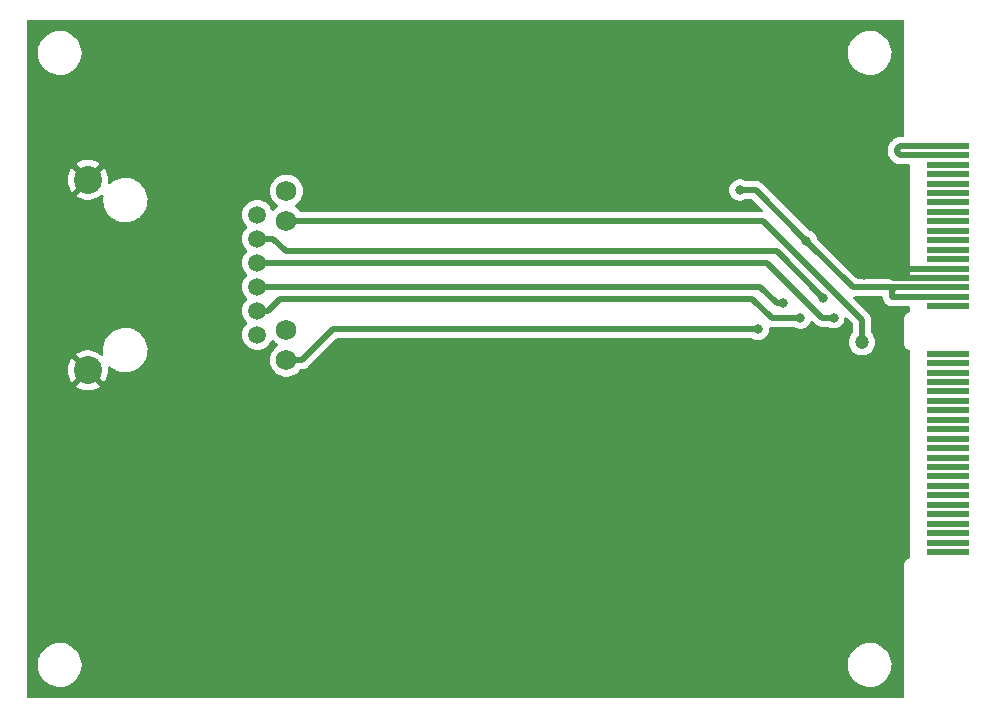
<source format=gbr>
%TF.GenerationSoftware,KiCad,Pcbnew,7.0.2*%
%TF.CreationDate,2024-05-18T23:20:31+02:00*%
%TF.ProjectId,dsoxlan,64736f78-6c61-46e2-9e6b-696361645f70,rev?*%
%TF.SameCoordinates,Original*%
%TF.FileFunction,Copper,L2,Bot*%
%TF.FilePolarity,Positive*%
%FSLAX46Y46*%
G04 Gerber Fmt 4.6, Leading zero omitted, Abs format (unit mm)*
G04 Created by KiCad (PCBNEW 7.0.2) date 2024-05-18 23:20:31*
%MOMM*%
%LPD*%
G01*
G04 APERTURE LIST*
%TA.AperFunction,ConnectorPad*%
%ADD10R,3.600000X0.550000*%
%TD*%
%TA.AperFunction,ComponentPad*%
%ADD11C,1.520000*%
%TD*%
%TA.AperFunction,ComponentPad*%
%ADD12C,1.750000*%
%TD*%
%TA.AperFunction,ComponentPad*%
%ADD13C,2.370000*%
%TD*%
%TA.AperFunction,ViaPad*%
%ADD14C,0.800000*%
%TD*%
%TA.AperFunction,ViaPad*%
%ADD15C,1.200000*%
%TD*%
%TA.AperFunction,Conductor*%
%ADD16C,0.500000*%
%TD*%
G04 APERTURE END LIST*
D10*
%TO.P,P2,2,Pin_2*%
%TO.N,unconnected-(P2-Pin_2-Pad2)*%
X190754000Y-104750000D03*
%TO.P,P2,4,Pin_4*%
%TO.N,unconnected-(P2-Pin_4-Pad4)*%
X190754000Y-103950000D03*
%TO.P,P2,6,Pin_6*%
%TO.N,unconnected-(P2-Pin_6-Pad6)*%
X190754000Y-103150000D03*
%TO.P,P2,8,Pin_8*%
%TO.N,unconnected-(P2-Pin_8-Pad8)*%
X190754000Y-102350000D03*
%TO.P,P2,10,Pin_10*%
%TO.N,unconnected-(P2-Pin_10-Pad10)*%
X190754000Y-101550000D03*
%TO.P,P2,12,Pin_12*%
%TO.N,unconnected-(P2-Pin_12-Pad12)*%
X190754000Y-100750000D03*
%TO.P,P2,14,Pin_14*%
%TO.N,unconnected-(P2-Pin_14-Pad14)*%
X190754000Y-99950000D03*
%TO.P,P2,16,Pin_16*%
%TO.N,unconnected-(P2-Pin_16-Pad16)*%
X190754000Y-99150000D03*
%TO.P,P2,18,Pin_18*%
%TO.N,unconnected-(P2-Pin_18-Pad18)*%
X190754000Y-98350000D03*
%TO.P,P2,20,Pin_20*%
%TO.N,unconnected-(P2-Pin_20-Pad20)*%
X190754000Y-97550000D03*
%TO.P,P2,22,Pin_22*%
%TO.N,unconnected-(P2-Pin_22-Pad22)*%
X190754000Y-96750000D03*
%TO.P,P2,24,Pin_24*%
%TO.N,unconnected-(P2-Pin_24-Pad24)*%
X190754000Y-95950000D03*
%TO.P,P2,26,Pin_26*%
%TO.N,unconnected-(P2-Pin_26-Pad26)*%
X190754000Y-95150000D03*
%TO.P,P2,28,Pin_28*%
%TO.N,unconnected-(P2-Pin_28-Pad28)*%
X190754000Y-94350000D03*
%TO.P,P2,30,Pin_30*%
%TO.N,unconnected-(P2-Pin_30-Pad30)*%
X190754000Y-93550000D03*
%TO.P,P2,32,Pin_32*%
%TO.N,unconnected-(P2-Pin_32-Pad32)*%
X190754000Y-92750000D03*
%TO.P,P2,34,Pin_34*%
%TO.N,unconnected-(P2-Pin_34-Pad34)*%
X190754000Y-91950000D03*
%TO.P,P2,36,Pin_36*%
%TO.N,unconnected-(P2-Pin_36-Pad36)*%
X190754000Y-91150000D03*
%TO.P,P2,38,Pin_38*%
%TO.N,unconnected-(P2-Pin_38-Pad38)*%
X190754000Y-90350000D03*
%TO.P,P2,40,Pin_40*%
%TO.N,unconnected-(P2-Pin_40-Pad40)*%
X190754000Y-89550000D03*
%TO.P,P2,42,Pin_42*%
%TO.N,unconnected-(P2-Pin_42-Pad42)*%
X190754000Y-88750000D03*
%TO.P,P2,44,Pin_44*%
%TO.N,unconnected-(P2-Pin_44-Pad44)*%
X190754000Y-87950000D03*
%TO.P,P2,46,Pin_46*%
%TO.N,unconnected-(P2-Pin_46-Pad46)*%
X190754000Y-83950000D03*
%TO.P,P2,48,Pin_48*%
%TO.N,+3.3V*%
X190754000Y-83150000D03*
%TO.P,P2,50,Pin_50*%
X190754000Y-82350000D03*
%TO.P,P2,52,Pin_52*%
%TO.N,GND*%
X190754000Y-81550000D03*
%TO.P,P2,54,Pin_54*%
X190754000Y-80750000D03*
%TO.P,P2,56,Pin_56*%
%TO.N,unconnected-(P2-Pin_56-Pad56)*%
X190754000Y-79950000D03*
%TO.P,P2,58,Pin_58*%
%TO.N,unconnected-(P2-Pin_58-Pad58)*%
X190754000Y-79150000D03*
%TO.P,P2,60,Pin_60*%
%TO.N,unconnected-(P2-Pin_60-Pad60)*%
X190754000Y-78350000D03*
%TO.P,P2,62,Pin_62*%
%TO.N,unconnected-(P2-Pin_62-Pad62)*%
X190754000Y-77550000D03*
%TO.P,P2,64,Pin_64*%
%TO.N,unconnected-(P2-Pin_64-Pad64)*%
X190754000Y-76750000D03*
%TO.P,P2,66,Pin_66*%
%TO.N,unconnected-(P2-Pin_66-Pad66)*%
X190754000Y-75950000D03*
%TO.P,P2,68,Pin_68*%
%TO.N,unconnected-(P2-Pin_68-Pad68)*%
X190754000Y-75150000D03*
%TO.P,P2,70,Pin_70*%
%TO.N,unconnected-(P2-Pin_70-Pad70)*%
X190754000Y-74350000D03*
%TO.P,P2,72,Pin_72*%
%TO.N,unconnected-(P2-Pin_72-Pad72)*%
X190754000Y-73550000D03*
%TO.P,P2,74,Pin_74*%
%TO.N,unconnected-(P2-Pin_74-Pad74)*%
X190754000Y-72750000D03*
%TO.P,P2,76,Pin_76*%
%TO.N,unconnected-(P2-Pin_76-Pad76)*%
X190754000Y-71950000D03*
%TO.P,P2,78,Pin_78*%
%TO.N,Net-(P2-Pin_78)*%
X190754000Y-71150000D03*
%TO.P,P2,80,Pin_80*%
X190754000Y-70350000D03*
%TD*%
D11*
%TO.P,P1,1,1*%
%TO.N,Net-(C2-Pad2)*%
X132300000Y-86360000D03*
%TO.P,P1,2,2*%
%TO.N,RX+*%
X132300000Y-84330000D03*
%TO.P,P1,3,3*%
%TO.N,RX-*%
X132300000Y-82300000D03*
%TO.P,P1,4,4*%
%TO.N,TX+*%
X132300000Y-80270000D03*
%TO.P,P1,5,5*%
%TO.N,TX-*%
X132300000Y-78240000D03*
%TO.P,P1,6,6*%
%TO.N,Net-(C2-Pad2)*%
X132300000Y-76210000D03*
D12*
%TO.P,P1,7,D1*%
%TO.N,LED1*%
X134770000Y-88510000D03*
%TO.P,P1,8,D2*%
%TO.N,Net-(P1-D2)*%
X134770000Y-85970000D03*
%TO.P,P1,9,D3*%
%TO.N,LED2*%
X134770000Y-76720000D03*
%TO.P,P1,10,D4*%
%TO.N,Net-(P1-D4)*%
X134770000Y-74180000D03*
D13*
%TO.P,P1,13,Shield*%
%TO.N,GND*%
X117960000Y-73230000D03*
%TO.P,P1,14,Shield*%
X117960000Y-89360000D03*
%TD*%
D14*
%TO.N,GND*%
X136600000Y-72700000D03*
X183680000Y-81280000D03*
X184900000Y-84400000D03*
X179500000Y-76500000D03*
X136600000Y-75400000D03*
X177000000Y-86400000D03*
X137900000Y-88600000D03*
D15*
%TO.N,LED2*%
X183515000Y-86995000D03*
D14*
%TO.N,TX+*%
X181100000Y-84900000D03*
%TO.N,TX-*%
X180200000Y-83198494D03*
%TO.N,RX+*%
X178270792Y-84949500D03*
%TO.N,RX-*%
X176800000Y-83700000D03*
%TO.N,LED1*%
X174700000Y-85900000D03*
%TO.N,+3.3V*%
X173160000Y-74100000D03*
X178800000Y-78400000D03*
%TD*%
D16*
%TO.N,GND*%
X186100998Y-81550000D02*
X186055000Y-81504002D01*
X186055000Y-81504002D02*
X186055000Y-81280000D01*
X186585000Y-80750000D02*
X186055000Y-81280000D01*
X190754000Y-81550000D02*
X186100998Y-81550000D01*
X183680000Y-81280000D02*
X179500000Y-77100000D01*
X186055000Y-81280000D02*
X183680000Y-81280000D01*
X179500000Y-77100000D02*
X179500000Y-76500000D01*
X190754000Y-80750000D02*
X186585000Y-80750000D01*
%TO.N,LED2*%
X175118625Y-76720000D02*
X134770000Y-76720000D01*
X183515000Y-85116375D02*
X175118625Y-76720000D01*
X183515000Y-86995000D02*
X183515000Y-85116375D01*
%TO.N,TX+*%
X180100000Y-84900000D02*
X181100000Y-84900000D01*
X132300000Y-80270000D02*
X175470000Y-80270000D01*
X175470000Y-80270000D02*
X180100000Y-84900000D01*
%TO.N,TX-*%
X134700000Y-79300000D02*
X176301506Y-79300000D01*
X132300000Y-78240000D02*
X133640000Y-78240000D01*
X176301506Y-79300000D02*
X180200000Y-83198494D01*
X133640000Y-78240000D02*
X134700000Y-79300000D01*
%TO.N,RX+*%
X134200000Y-83300000D02*
X174200000Y-83300000D01*
X133170000Y-84330000D02*
X134200000Y-83300000D01*
X174200000Y-83300000D02*
X175849500Y-84949500D01*
X175849500Y-84949500D02*
X178270792Y-84949500D01*
X132300000Y-84330000D02*
X133170000Y-84330000D01*
%TO.N,RX-*%
X176300000Y-83700000D02*
X176800000Y-83700000D01*
X174900000Y-82300000D02*
X176300000Y-83700000D01*
X132300000Y-82300000D02*
X174900000Y-82300000D01*
%TO.N,LED1*%
X174700000Y-85900000D02*
X138700000Y-85900000D01*
X138700000Y-85900000D02*
X136090000Y-88510000D01*
X136090000Y-88510000D02*
X134770000Y-88510000D01*
%TO.N,+3.3V*%
X186255000Y-82350000D02*
X186055000Y-82550000D01*
X186055000Y-82550000D02*
X186055000Y-83185000D01*
X186055000Y-83185000D02*
X186090000Y-83150000D01*
X186090000Y-83150000D02*
X190754000Y-83150000D01*
X187325000Y-82350000D02*
X186255000Y-82350000D01*
X182750000Y-82350000D02*
X178800000Y-78400000D01*
X173160000Y-74100000D02*
X174500000Y-74100000D01*
X187325000Y-82350000D02*
X182750000Y-82350000D01*
X174500000Y-74100000D02*
X178800000Y-78400000D01*
X190754000Y-82350000D02*
X187325000Y-82350000D01*
%TO.N,Net-(P2-Pin_78)*%
X186720000Y-71150000D02*
X186436000Y-70866000D01*
X186436000Y-70866000D02*
X186436000Y-70612000D01*
X186436000Y-70612000D02*
X186698000Y-70350000D01*
X186698000Y-70350000D02*
X190754000Y-70350000D01*
X190754000Y-71150000D02*
X186720000Y-71150000D01*
%TD*%
%TA.AperFunction,Conductor*%
%TO.N,GND*%
G36*
X187020621Y-59702502D02*
G01*
X187067114Y-59756158D01*
X187078500Y-59808500D01*
X187078500Y-69465500D01*
X187058498Y-69533621D01*
X187004842Y-69580114D01*
X186952500Y-69591500D01*
X186762442Y-69591500D01*
X186744182Y-69590170D01*
X186720212Y-69586659D01*
X186720211Y-69586659D01*
X186694075Y-69588945D01*
X186670353Y-69591021D01*
X186659372Y-69591500D01*
X186653820Y-69591500D01*
X186650182Y-69591925D01*
X186650167Y-69591926D01*
X186622711Y-69595135D01*
X186619070Y-69595507D01*
X186542260Y-69602227D01*
X186523123Y-69606470D01*
X186450634Y-69632853D01*
X186447176Y-69634055D01*
X186374000Y-69658303D01*
X186356372Y-69666838D01*
X186291918Y-69709229D01*
X186288831Y-69711196D01*
X186223218Y-69751667D01*
X186208032Y-69764038D01*
X186155087Y-69820156D01*
X186152534Y-69822783D01*
X185945225Y-70030092D01*
X185931377Y-70042061D01*
X185911944Y-70056529D01*
X185879773Y-70094868D01*
X185872360Y-70102958D01*
X185871017Y-70104301D01*
X185871011Y-70104307D01*
X185868420Y-70106899D01*
X185866149Y-70109770D01*
X185866140Y-70109781D01*
X185848997Y-70131460D01*
X185846688Y-70134294D01*
X185797119Y-70193369D01*
X185786589Y-70209899D01*
X185753995Y-70279794D01*
X185752401Y-70283087D01*
X185717795Y-70351997D01*
X185711363Y-70370500D01*
X185695759Y-70446064D01*
X185694967Y-70449637D01*
X185677192Y-70524640D01*
X185675202Y-70544115D01*
X185677447Y-70621258D01*
X185677500Y-70624922D01*
X185677500Y-70801559D01*
X185676170Y-70819820D01*
X185672658Y-70843790D01*
X185677020Y-70893633D01*
X185677500Y-70904616D01*
X185677500Y-70910180D01*
X185677924Y-70913815D01*
X185677926Y-70913834D01*
X185681135Y-70941291D01*
X185681507Y-70944932D01*
X185688228Y-71021744D01*
X185692469Y-71040873D01*
X185718846Y-71113342D01*
X185720049Y-71116804D01*
X185744304Y-71190000D01*
X185752837Y-71207627D01*
X185795232Y-71272084D01*
X185797171Y-71275127D01*
X185836970Y-71339651D01*
X185837674Y-71340792D01*
X185850038Y-71355967D01*
X185906155Y-71408911D01*
X185908784Y-71411465D01*
X186138092Y-71640773D01*
X186150060Y-71654620D01*
X186164531Y-71674058D01*
X186202870Y-71706228D01*
X186210974Y-71713655D01*
X186214900Y-71717581D01*
X186217780Y-71719858D01*
X186239455Y-71736997D01*
X186242296Y-71739311D01*
X186301377Y-71788885D01*
X186317890Y-71799405D01*
X186387786Y-71831998D01*
X186391078Y-71833591D01*
X186458812Y-71867609D01*
X186458814Y-71867609D01*
X186460008Y-71868209D01*
X186478490Y-71874633D01*
X186479791Y-71874901D01*
X186479794Y-71874903D01*
X186554078Y-71890241D01*
X186557630Y-71891029D01*
X186631344Y-71908500D01*
X186631346Y-71908500D01*
X186632641Y-71908807D01*
X186652114Y-71910797D01*
X186653439Y-71910758D01*
X186653442Y-71910759D01*
X186727477Y-71908604D01*
X186729259Y-71908553D01*
X186732923Y-71908500D01*
X187453000Y-71908500D01*
X187521121Y-71928502D01*
X187567614Y-71982158D01*
X187579000Y-72034500D01*
X187579000Y-81465500D01*
X187558998Y-81533621D01*
X187505342Y-81580114D01*
X187453000Y-81591500D01*
X186319442Y-81591500D01*
X186301182Y-81590170D01*
X186277212Y-81586659D01*
X186277211Y-81586659D01*
X186251075Y-81588945D01*
X186227353Y-81591021D01*
X186216372Y-81591500D01*
X183116371Y-81591500D01*
X183048250Y-81571498D01*
X183027276Y-81554595D01*
X179720126Y-78247445D01*
X179689388Y-78197286D01*
X179634527Y-78028444D01*
X179539041Y-77863057D01*
X179411252Y-77721133D01*
X179256753Y-77608883D01*
X179256752Y-77608882D01*
X179131678Y-77553196D01*
X179082284Y-77531204D01*
X179019228Y-77517801D01*
X178956755Y-77484072D01*
X178956331Y-77483650D01*
X175081909Y-73609228D01*
X175069937Y-73595375D01*
X175055470Y-73575943D01*
X175017127Y-73543769D01*
X175009024Y-73536343D01*
X175007694Y-73535013D01*
X175005101Y-73532420D01*
X175002235Y-73530153D01*
X175002224Y-73530144D01*
X174980530Y-73512991D01*
X174977708Y-73510692D01*
X174919640Y-73461968D01*
X174919639Y-73461967D01*
X174918621Y-73461113D01*
X174902110Y-73450594D01*
X174832205Y-73417996D01*
X174828909Y-73416401D01*
X174759996Y-73381792D01*
X174741504Y-73375365D01*
X174665942Y-73359762D01*
X174662367Y-73358969D01*
X174587356Y-73341191D01*
X174567885Y-73339202D01*
X174490741Y-73341447D01*
X174487077Y-73341500D01*
X173702586Y-73341500D01*
X173634465Y-73321498D01*
X173628551Y-73317454D01*
X173616752Y-73308882D01*
X173442288Y-73231206D01*
X173255487Y-73191500D01*
X173064513Y-73191500D01*
X172939978Y-73217970D01*
X172877711Y-73231206D01*
X172703246Y-73308883D01*
X172548747Y-73421133D01*
X172420958Y-73563057D01*
X172325472Y-73728443D01*
X172266458Y-73910070D01*
X172246496Y-74100000D01*
X172266458Y-74289929D01*
X172325472Y-74471556D01*
X172420958Y-74636942D01*
X172420960Y-74636944D01*
X172548747Y-74778866D01*
X172703248Y-74891118D01*
X172877712Y-74968794D01*
X173064513Y-75008500D01*
X173064515Y-75008500D01*
X173255485Y-75008500D01*
X173255487Y-75008500D01*
X173442288Y-74968794D01*
X173616752Y-74891118D01*
X173628527Y-74882562D01*
X173695392Y-74858706D01*
X173702586Y-74858500D01*
X174133629Y-74858500D01*
X174201750Y-74878502D01*
X174222724Y-74895405D01*
X175073724Y-75746405D01*
X175107750Y-75808717D01*
X175102685Y-75879532D01*
X175060138Y-75936368D01*
X174993618Y-75961179D01*
X174984629Y-75961500D01*
X135995234Y-75961500D01*
X135927113Y-75941498D01*
X135889751Y-75904416D01*
X135865518Y-75867324D01*
X135865517Y-75867323D01*
X135865514Y-75867318D01*
X135710234Y-75698640D01*
X135710233Y-75698639D01*
X135710231Y-75698637D01*
X135529296Y-75557810D01*
X135529294Y-75557808D01*
X135521056Y-75551397D01*
X135522931Y-75548986D01*
X135484462Y-75510813D01*
X135469102Y-75441498D01*
X135493655Y-75374882D01*
X135522234Y-75350117D01*
X135521056Y-75348603D01*
X135529293Y-75342191D01*
X135529296Y-75342190D01*
X135710231Y-75201363D01*
X135865518Y-75032676D01*
X135990922Y-74840730D01*
X136083023Y-74630761D01*
X136139308Y-74408497D01*
X136158242Y-74180000D01*
X136139308Y-73951503D01*
X136083023Y-73729239D01*
X135990922Y-73519270D01*
X135990921Y-73519268D01*
X135990920Y-73519266D01*
X135865517Y-73327322D01*
X135710234Y-73158640D01*
X135710233Y-73158639D01*
X135710231Y-73158637D01*
X135640638Y-73104471D01*
X135529295Y-73017808D01*
X135327649Y-72908684D01*
X135180851Y-72858289D01*
X135110793Y-72834238D01*
X134884640Y-72796500D01*
X134655360Y-72796500D01*
X134429207Y-72834238D01*
X134429204Y-72834238D01*
X134429204Y-72834239D01*
X134212350Y-72908684D01*
X134010704Y-73017808D01*
X133829765Y-73158640D01*
X133674482Y-73327322D01*
X133549079Y-73519266D01*
X133456975Y-73729243D01*
X133403165Y-73941736D01*
X133400692Y-73951503D01*
X133381758Y-74180000D01*
X133400692Y-74408497D01*
X133400692Y-74408500D01*
X133400693Y-74408501D01*
X133456975Y-74630756D01*
X133549079Y-74840733D01*
X133674482Y-75032677D01*
X133829765Y-75201359D01*
X133829769Y-75201363D01*
X133932817Y-75281568D01*
X134018943Y-75348603D01*
X134017067Y-75351012D01*
X134055543Y-75389200D01*
X134070895Y-75458516D01*
X134046334Y-75525129D01*
X134017765Y-75549884D01*
X134018943Y-75551397D01*
X133829768Y-75698637D01*
X133711060Y-75827589D01*
X133650207Y-75864160D01*
X133579243Y-75862025D01*
X133520697Y-75821864D01*
X133501504Y-75784344D01*
X133501212Y-75784481D01*
X133497473Y-75776464D01*
X133496651Y-75774856D01*
X133496553Y-75774490D01*
X133402749Y-75573328D01*
X133275439Y-75391510D01*
X133275438Y-75391509D01*
X133275436Y-75391506D01*
X133118493Y-75234563D01*
X132936673Y-75107251D01*
X132735510Y-75013446D01*
X132521114Y-74956000D01*
X132300000Y-74936655D01*
X132299999Y-74936655D01*
X132078885Y-74956000D01*
X131864490Y-75013446D01*
X131663327Y-75107251D01*
X131481506Y-75234563D01*
X131324563Y-75391506D01*
X131197251Y-75573327D01*
X131103446Y-75774490D01*
X131046000Y-75988885D01*
X131026655Y-76210000D01*
X131046000Y-76431114D01*
X131103446Y-76645510D01*
X131197251Y-76846673D01*
X131324563Y-77028493D01*
X131431975Y-77135905D01*
X131466001Y-77198217D01*
X131460936Y-77269032D01*
X131431975Y-77314095D01*
X131324563Y-77421506D01*
X131197251Y-77603327D01*
X131103446Y-77804490D01*
X131046000Y-78018885D01*
X131026655Y-78240000D01*
X131046000Y-78461114D01*
X131103446Y-78675510D01*
X131197251Y-78876673D01*
X131324563Y-79058493D01*
X131431975Y-79165905D01*
X131466001Y-79228217D01*
X131460936Y-79299032D01*
X131431975Y-79344095D01*
X131324563Y-79451506D01*
X131197251Y-79633327D01*
X131103446Y-79834490D01*
X131046000Y-80048885D01*
X131026655Y-80270000D01*
X131046000Y-80491114D01*
X131103446Y-80705510D01*
X131197251Y-80906673D01*
X131324563Y-81088493D01*
X131431975Y-81195905D01*
X131466001Y-81258217D01*
X131460936Y-81329032D01*
X131431975Y-81374095D01*
X131324563Y-81481506D01*
X131197251Y-81663327D01*
X131103446Y-81864490D01*
X131046000Y-82078885D01*
X131026655Y-82300000D01*
X131046000Y-82521114D01*
X131103446Y-82735510D01*
X131197251Y-82936673D01*
X131324563Y-83118493D01*
X131431975Y-83225905D01*
X131466001Y-83288217D01*
X131460936Y-83359032D01*
X131431975Y-83404095D01*
X131324563Y-83511506D01*
X131197251Y-83693327D01*
X131103446Y-83894490D01*
X131046000Y-84108885D01*
X131026655Y-84330000D01*
X131046000Y-84551114D01*
X131103446Y-84765510D01*
X131197251Y-84966673D01*
X131324563Y-85148493D01*
X131431975Y-85255905D01*
X131466001Y-85318217D01*
X131460936Y-85389032D01*
X131431975Y-85434095D01*
X131324563Y-85541506D01*
X131197251Y-85723327D01*
X131103446Y-85924490D01*
X131046000Y-86138885D01*
X131026655Y-86360000D01*
X131046000Y-86581114D01*
X131103446Y-86795510D01*
X131197251Y-86996673D01*
X131324563Y-87178493D01*
X131481506Y-87335436D01*
X131481509Y-87335438D01*
X131481510Y-87335439D01*
X131663327Y-87462749D01*
X131752097Y-87504143D01*
X131864489Y-87556553D01*
X131919594Y-87571318D01*
X132078886Y-87614000D01*
X132300000Y-87633345D01*
X132521114Y-87614000D01*
X132735510Y-87556553D01*
X132936673Y-87462749D01*
X133118490Y-87335439D01*
X133275439Y-87178490D01*
X133402749Y-86996673D01*
X133468473Y-86855725D01*
X133515389Y-86802442D01*
X133583666Y-86782981D01*
X133651626Y-86803522D01*
X133675368Y-86823639D01*
X133829765Y-86991359D01*
X133829769Y-86991363D01*
X133883031Y-87032818D01*
X134018943Y-87138603D01*
X134017067Y-87141012D01*
X134055543Y-87179200D01*
X134070895Y-87248516D01*
X134046334Y-87315129D01*
X134017765Y-87339884D01*
X134018943Y-87341397D01*
X133829765Y-87488640D01*
X133674482Y-87657322D01*
X133549079Y-87849266D01*
X133456975Y-88059243D01*
X133409383Y-88247182D01*
X133400692Y-88281503D01*
X133381758Y-88510000D01*
X133400692Y-88738497D01*
X133400692Y-88738500D01*
X133400693Y-88738501D01*
X133456975Y-88960756D01*
X133549079Y-89170733D01*
X133674482Y-89362677D01*
X133801336Y-89500477D01*
X133829769Y-89531363D01*
X133914800Y-89597545D01*
X134010704Y-89672191D01*
X134212349Y-89781314D01*
X134212350Y-89781315D01*
X134429207Y-89855762D01*
X134655360Y-89893500D01*
X134655363Y-89893500D01*
X134884637Y-89893500D01*
X134884640Y-89893500D01*
X135110793Y-89855762D01*
X135327650Y-89781315D01*
X135442410Y-89719210D01*
X135529295Y-89672191D01*
X135550553Y-89655644D01*
X135710231Y-89531363D01*
X135834443Y-89396433D01*
X135865514Y-89362681D01*
X135865517Y-89362677D01*
X135865518Y-89362676D01*
X135889751Y-89325583D01*
X135943754Y-89279497D01*
X135995234Y-89268500D01*
X136025559Y-89268500D01*
X136043820Y-89269830D01*
X136067789Y-89273341D01*
X136114253Y-89269275D01*
X136117647Y-89268979D01*
X136128628Y-89268500D01*
X136130513Y-89268500D01*
X136134180Y-89268500D01*
X136165301Y-89264861D01*
X136168896Y-89264494D01*
X136244426Y-89257887D01*
X136244430Y-89257885D01*
X136245751Y-89257770D01*
X136264856Y-89253535D01*
X136266106Y-89253079D01*
X136266113Y-89253079D01*
X136337400Y-89227132D01*
X136340769Y-89225961D01*
X136412738Y-89202114D01*
X136412739Y-89202112D01*
X136414007Y-89201693D01*
X136431613Y-89193169D01*
X136432725Y-89192437D01*
X136432732Y-89192435D01*
X136496138Y-89150730D01*
X136499161Y-89148806D01*
X136563651Y-89109030D01*
X136563652Y-89109028D01*
X136564788Y-89108328D01*
X136579959Y-89095970D01*
X136580871Y-89095002D01*
X136580874Y-89095001D01*
X136632929Y-89039824D01*
X136635448Y-89037231D01*
X138977275Y-86695405D01*
X139039588Y-86661379D01*
X139066371Y-86658500D01*
X174157414Y-86658500D01*
X174225535Y-86678502D01*
X174231448Y-86682545D01*
X174243248Y-86691118D01*
X174417712Y-86768794D01*
X174604513Y-86808500D01*
X174604515Y-86808500D01*
X174795485Y-86808500D01*
X174795487Y-86808500D01*
X174982288Y-86768794D01*
X175156752Y-86691118D01*
X175311253Y-86578866D01*
X175439040Y-86436944D01*
X175534527Y-86271556D01*
X175593542Y-86089928D01*
X175613504Y-85900000D01*
X175607622Y-85844042D01*
X175620394Y-85774208D01*
X175668895Y-85722361D01*
X175737728Y-85704966D01*
X175761993Y-85708272D01*
X175762142Y-85708307D01*
X175781611Y-85710296D01*
X175782938Y-85710257D01*
X175782942Y-85710258D01*
X175857197Y-85708097D01*
X175858724Y-85708053D01*
X175862388Y-85708000D01*
X177728206Y-85708000D01*
X177796327Y-85728002D01*
X177802240Y-85732045D01*
X177814040Y-85740618D01*
X177988504Y-85818294D01*
X178175305Y-85858000D01*
X178175307Y-85858000D01*
X178366277Y-85858000D01*
X178366279Y-85858000D01*
X178553080Y-85818294D01*
X178727544Y-85740618D01*
X178882045Y-85628366D01*
X179009832Y-85486444D01*
X179105319Y-85321056D01*
X179125911Y-85257679D01*
X179165984Y-85199074D01*
X179231380Y-85171436D01*
X179301337Y-85183542D01*
X179334839Y-85207520D01*
X179518092Y-85390773D01*
X179530060Y-85404620D01*
X179544531Y-85424058D01*
X179582870Y-85456228D01*
X179590974Y-85463655D01*
X179594900Y-85467581D01*
X179597780Y-85469858D01*
X179619455Y-85486997D01*
X179622296Y-85489311D01*
X179625526Y-85492021D01*
X179671387Y-85530503D01*
X179681377Y-85538885D01*
X179697890Y-85549405D01*
X179699094Y-85549966D01*
X179699095Y-85549967D01*
X179736467Y-85567394D01*
X179767786Y-85581998D01*
X179771078Y-85583591D01*
X179838812Y-85617609D01*
X179838814Y-85617609D01*
X179840008Y-85618209D01*
X179858490Y-85624633D01*
X179859791Y-85624901D01*
X179859794Y-85624903D01*
X179934078Y-85640241D01*
X179937630Y-85641029D01*
X180011344Y-85658500D01*
X180011346Y-85658500D01*
X180012641Y-85658807D01*
X180032114Y-85660797D01*
X180033439Y-85660758D01*
X180033442Y-85660759D01*
X180107477Y-85658604D01*
X180109259Y-85658553D01*
X180112923Y-85658500D01*
X180557414Y-85658500D01*
X180625535Y-85678502D01*
X180631448Y-85682545D01*
X180643248Y-85691118D01*
X180817712Y-85768794D01*
X181004513Y-85808500D01*
X181004515Y-85808500D01*
X181195485Y-85808500D01*
X181195487Y-85808500D01*
X181382288Y-85768794D01*
X181556752Y-85691118D01*
X181711253Y-85578866D01*
X181839040Y-85436944D01*
X181934527Y-85271556D01*
X181993542Y-85089928D01*
X182006096Y-84970476D01*
X182033108Y-84904824D01*
X182091329Y-84864194D01*
X182162274Y-84861491D01*
X182220500Y-84894556D01*
X182719595Y-85393651D01*
X182753621Y-85455963D01*
X182756500Y-85482746D01*
X182756500Y-86130847D01*
X182736498Y-86198968D01*
X182715387Y-86223961D01*
X182692298Y-86245009D01*
X182568497Y-86408949D01*
X182476925Y-86592848D01*
X182420705Y-86790442D01*
X182401750Y-86994999D01*
X182420705Y-87199557D01*
X182476925Y-87397151D01*
X182537511Y-87518823D01*
X182568497Y-87581050D01*
X182692299Y-87744991D01*
X182844118Y-87883392D01*
X182970232Y-87961479D01*
X183002681Y-87981571D01*
X183018782Y-87991540D01*
X183210345Y-88065751D01*
X183412282Y-88103500D01*
X183412284Y-88103500D01*
X183617716Y-88103500D01*
X183617718Y-88103500D01*
X183819655Y-88065751D01*
X184011218Y-87991540D01*
X184185882Y-87883392D01*
X184337701Y-87744991D01*
X184461503Y-87581050D01*
X184553074Y-87397152D01*
X184609294Y-87199559D01*
X184628249Y-86995000D01*
X184609294Y-86790441D01*
X184553074Y-86592848D01*
X184461503Y-86408950D01*
X184337701Y-86245009D01*
X184337700Y-86245009D01*
X184314613Y-86223961D01*
X184277747Y-86163286D01*
X184273500Y-86130847D01*
X184273500Y-85180810D01*
X184274831Y-85162547D01*
X184275845Y-85155625D01*
X184278341Y-85138586D01*
X184273979Y-85088726D01*
X184273500Y-85077746D01*
X184273500Y-85075862D01*
X184273500Y-85072195D01*
X184269862Y-85041080D01*
X184269492Y-85037453D01*
X184269274Y-85034961D01*
X184262887Y-84961948D01*
X184262886Y-84961945D01*
X184262770Y-84960617D01*
X184258537Y-84941522D01*
X184258079Y-84940264D01*
X184258079Y-84940262D01*
X184232137Y-84868986D01*
X184230977Y-84865652D01*
X184207114Y-84793636D01*
X184207111Y-84793631D01*
X184206691Y-84792363D01*
X184198170Y-84774761D01*
X184155776Y-84710303D01*
X184153808Y-84707214D01*
X184113326Y-84641584D01*
X184100964Y-84626409D01*
X184044825Y-84573444D01*
X184042197Y-84570891D01*
X182794901Y-83323595D01*
X182760875Y-83261283D01*
X182765940Y-83190468D01*
X182808487Y-83133632D01*
X182875007Y-83108821D01*
X182883996Y-83108500D01*
X185170810Y-83108500D01*
X185238931Y-83128502D01*
X185285424Y-83182158D01*
X185296500Y-83226782D01*
X185296500Y-83229180D01*
X185296924Y-83232813D01*
X185296926Y-83232837D01*
X185297144Y-83234697D01*
X185297941Y-83245637D01*
X185299398Y-83295678D01*
X185305669Y-83319083D01*
X185309109Y-83337059D01*
X185311921Y-83361114D01*
X185329031Y-83408125D01*
X185332335Y-83418605D01*
X185345288Y-83466947D01*
X185356785Y-83488269D01*
X185364279Y-83504970D01*
X185372563Y-83527730D01*
X185400064Y-83569543D01*
X185405697Y-83578981D01*
X185429441Y-83623016D01*
X185429443Y-83623019D01*
X185445541Y-83641108D01*
X185456685Y-83655631D01*
X185469999Y-83675875D01*
X185488498Y-83693327D01*
X185506400Y-83710216D01*
X185514053Y-83718095D01*
X185547319Y-83755476D01*
X185567163Y-83769370D01*
X185581352Y-83780930D01*
X185598969Y-83797552D01*
X185642311Y-83822575D01*
X185651583Y-83828482D01*
X185692565Y-83857178D01*
X185715067Y-83866117D01*
X185731547Y-83874095D01*
X185752528Y-83886209D01*
X185800472Y-83900561D01*
X185810852Y-83904169D01*
X185857350Y-83922642D01*
X185881317Y-83926152D01*
X185899185Y-83930115D01*
X185922389Y-83937062D01*
X185933810Y-83937727D01*
X185972355Y-83939971D01*
X185983276Y-83941087D01*
X186032789Y-83948341D01*
X186032789Y-83948340D01*
X186032790Y-83948341D01*
X186056917Y-83946230D01*
X186075215Y-83945963D01*
X186099403Y-83947372D01*
X186148692Y-83938680D01*
X186159571Y-83937248D01*
X186209426Y-83932887D01*
X186232421Y-83925266D01*
X186250158Y-83920788D01*
X186274021Y-83916582D01*
X186274022Y-83916581D01*
X186288530Y-83914024D01*
X186288652Y-83914719D01*
X186318774Y-83908500D01*
X187453000Y-83908500D01*
X187521121Y-83928502D01*
X187567614Y-83982158D01*
X187579000Y-84034500D01*
X187579000Y-84347047D01*
X187558998Y-84415168D01*
X187505342Y-84461661D01*
X187488490Y-84467945D01*
X187480982Y-84470149D01*
X187463429Y-84473968D01*
X187436541Y-84477834D01*
X187411842Y-84489114D01*
X187395007Y-84495393D01*
X187368947Y-84503046D01*
X187346093Y-84517732D01*
X187330327Y-84526341D01*
X187305625Y-84537623D01*
X187285103Y-84555405D01*
X187270717Y-84566174D01*
X187247871Y-84580856D01*
X187230083Y-84601383D01*
X187217383Y-84614083D01*
X187196856Y-84631871D01*
X187182174Y-84654717D01*
X187171405Y-84669103D01*
X187153623Y-84689625D01*
X187142341Y-84714327D01*
X187133732Y-84730093D01*
X187119046Y-84752947D01*
X187111393Y-84779007D01*
X187105114Y-84795842D01*
X187093834Y-84820541D01*
X187089968Y-84847429D01*
X187086149Y-84864985D01*
X187078500Y-84891039D01*
X187078500Y-84927201D01*
X187078500Y-87050038D01*
X187078500Y-87050039D01*
X187078500Y-87193961D01*
X187080144Y-87199559D01*
X187086149Y-87220012D01*
X187089969Y-87237574D01*
X187093834Y-87264454D01*
X187105115Y-87289156D01*
X187111397Y-87305999D01*
X187119047Y-87332053D01*
X187133727Y-87354896D01*
X187142340Y-87370669D01*
X187153622Y-87395372D01*
X187171403Y-87415892D01*
X187182173Y-87430279D01*
X187184774Y-87434326D01*
X187196857Y-87453128D01*
X187217378Y-87470910D01*
X187230088Y-87483620D01*
X187247871Y-87504143D01*
X187270715Y-87518823D01*
X187285108Y-87529597D01*
X187305627Y-87547377D01*
X187330333Y-87558660D01*
X187346091Y-87567264D01*
X187368947Y-87581953D01*
X187395005Y-87589604D01*
X187411842Y-87595884D01*
X187436543Y-87607165D01*
X187463435Y-87611031D01*
X187480969Y-87614845D01*
X187488495Y-87617055D01*
X187548220Y-87655434D01*
X187577717Y-87720013D01*
X187579000Y-87737951D01*
X187579000Y-105175047D01*
X187558998Y-105243168D01*
X187505342Y-105289661D01*
X187488490Y-105295945D01*
X187480982Y-105298149D01*
X187463429Y-105301968D01*
X187436541Y-105305834D01*
X187411842Y-105317114D01*
X187395007Y-105323393D01*
X187368947Y-105331046D01*
X187346093Y-105345732D01*
X187330327Y-105354341D01*
X187305625Y-105365623D01*
X187285103Y-105383405D01*
X187270717Y-105394174D01*
X187247871Y-105408856D01*
X187230083Y-105429383D01*
X187217383Y-105442083D01*
X187196856Y-105459871D01*
X187182174Y-105482717D01*
X187171405Y-105497103D01*
X187153623Y-105517625D01*
X187142341Y-105542327D01*
X187133732Y-105558093D01*
X187119046Y-105580947D01*
X187111393Y-105607007D01*
X187105114Y-105623842D01*
X187093834Y-105648541D01*
X187089968Y-105675429D01*
X187086149Y-105692985D01*
X187078500Y-105719039D01*
X187078500Y-116975500D01*
X187058498Y-117043621D01*
X187004842Y-117090114D01*
X186952500Y-117101500D01*
X112894500Y-117101500D01*
X112826379Y-117081498D01*
X112779886Y-117027842D01*
X112768500Y-116975500D01*
X112768500Y-114367766D01*
X113715787Y-114367766D01*
X113745413Y-114637015D01*
X113745414Y-114637018D01*
X113813928Y-114899088D01*
X113919870Y-115148390D01*
X114060982Y-115379610D01*
X114234255Y-115587820D01*
X114234256Y-115587821D01*
X114234258Y-115587823D01*
X114435993Y-115768578D01*
X114435995Y-115768579D01*
X114435998Y-115768582D01*
X114661910Y-115918044D01*
X114794104Y-115980014D01*
X114907171Y-116033018D01*
X114907173Y-116033018D01*
X114907176Y-116033020D01*
X115166569Y-116111060D01*
X115166572Y-116111060D01*
X115166574Y-116111061D01*
X115434558Y-116150500D01*
X115434561Y-116150500D01*
X115635330Y-116150500D01*
X115637631Y-116150500D01*
X115840156Y-116135677D01*
X116104553Y-116076780D01*
X116357558Y-115980014D01*
X116593777Y-115847441D01*
X116808177Y-115681888D01*
X116996186Y-115486881D01*
X117153799Y-115266579D01*
X117277656Y-115025675D01*
X117365118Y-114769305D01*
X117414319Y-114502933D01*
X117419259Y-114367766D01*
X182295787Y-114367766D01*
X182325413Y-114637015D01*
X182325414Y-114637018D01*
X182393928Y-114899088D01*
X182499870Y-115148390D01*
X182640982Y-115379610D01*
X182814255Y-115587820D01*
X182814256Y-115587821D01*
X182814258Y-115587823D01*
X183015993Y-115768578D01*
X183015995Y-115768579D01*
X183015998Y-115768582D01*
X183241910Y-115918044D01*
X183374104Y-115980014D01*
X183487171Y-116033018D01*
X183487173Y-116033018D01*
X183487176Y-116033020D01*
X183746569Y-116111060D01*
X183746572Y-116111060D01*
X183746574Y-116111061D01*
X184014558Y-116150500D01*
X184014561Y-116150500D01*
X184215330Y-116150500D01*
X184217631Y-116150500D01*
X184420156Y-116135677D01*
X184684553Y-116076780D01*
X184937558Y-115980014D01*
X185173777Y-115847441D01*
X185388177Y-115681888D01*
X185576186Y-115486881D01*
X185733799Y-115266579D01*
X185857656Y-115025675D01*
X185945118Y-114769305D01*
X185994319Y-114502933D01*
X186004212Y-114232235D01*
X185974586Y-113962982D01*
X185906072Y-113700912D01*
X185800130Y-113451610D01*
X185659018Y-113220390D01*
X185485745Y-113012180D01*
X185380759Y-112918112D01*
X185284006Y-112831421D01*
X185284003Y-112831419D01*
X185284002Y-112831418D01*
X185058090Y-112681956D01*
X185058086Y-112681954D01*
X184812828Y-112566981D01*
X184553425Y-112488938D01*
X184285442Y-112449500D01*
X184285439Y-112449500D01*
X184082369Y-112449500D01*
X184080099Y-112449666D01*
X184080075Y-112449667D01*
X183879839Y-112464323D01*
X183615449Y-112523219D01*
X183362441Y-112619985D01*
X183126225Y-112752557D01*
X182911820Y-112918114D01*
X182723815Y-113113117D01*
X182566200Y-113333422D01*
X182442342Y-113574328D01*
X182354882Y-113830693D01*
X182305681Y-114097065D01*
X182295787Y-114367766D01*
X117419259Y-114367766D01*
X117424212Y-114232235D01*
X117394586Y-113962982D01*
X117326072Y-113700912D01*
X117220130Y-113451610D01*
X117079018Y-113220390D01*
X116905745Y-113012180D01*
X116800759Y-112918112D01*
X116704006Y-112831421D01*
X116704003Y-112831419D01*
X116704002Y-112831418D01*
X116478090Y-112681956D01*
X116478086Y-112681954D01*
X116232828Y-112566981D01*
X115973425Y-112488938D01*
X115705442Y-112449500D01*
X115705439Y-112449500D01*
X115502369Y-112449500D01*
X115500099Y-112449666D01*
X115500075Y-112449667D01*
X115299839Y-112464323D01*
X115035449Y-112523219D01*
X114782441Y-112619985D01*
X114546225Y-112752557D01*
X114331820Y-112918114D01*
X114143815Y-113113117D01*
X113986200Y-113333422D01*
X113862342Y-113574328D01*
X113774882Y-113830693D01*
X113725681Y-114097065D01*
X113715787Y-114367766D01*
X112768500Y-114367766D01*
X112768500Y-89360000D01*
X116262253Y-89360000D01*
X116281215Y-89613037D01*
X116337679Y-89860421D01*
X116430383Y-90096625D01*
X116557256Y-90316376D01*
X116595924Y-90364863D01*
X116595925Y-90364864D01*
X117252034Y-89708754D01*
X117342379Y-89852536D01*
X117467464Y-89977621D01*
X117611243Y-90067964D01*
X116955216Y-90723991D01*
X116955216Y-90723992D01*
X117111130Y-90830293D01*
X117339742Y-90940388D01*
X117582212Y-91015179D01*
X117833130Y-91053000D01*
X118086870Y-91053000D01*
X118337787Y-91015179D01*
X118580257Y-90940388D01*
X118808871Y-90830293D01*
X118964783Y-90723993D01*
X118964783Y-90723992D01*
X118308755Y-90067965D01*
X118452536Y-89977621D01*
X118577621Y-89852536D01*
X118667964Y-89708755D01*
X119324073Y-90364864D01*
X119362744Y-90316372D01*
X119489616Y-90096625D01*
X119582320Y-89860421D01*
X119638784Y-89613037D01*
X119657746Y-89360000D01*
X119639290Y-89113715D01*
X119654146Y-89044290D01*
X119704177Y-88993917D01*
X119773499Y-88978590D01*
X119840104Y-89003175D01*
X119849020Y-89010458D01*
X119980672Y-89128419D01*
X119980674Y-89128420D01*
X119980677Y-89128423D01*
X120209641Y-89279904D01*
X120458221Y-89396433D01*
X120721119Y-89475527D01*
X120721122Y-89475527D01*
X120721124Y-89475528D01*
X120992729Y-89515500D01*
X120992731Y-89515500D01*
X121196246Y-89515500D01*
X121198547Y-89515500D01*
X121403805Y-89500477D01*
X121671775Y-89440784D01*
X121928198Y-89342711D01*
X122134095Y-89227156D01*
X122167611Y-89208346D01*
X122290161Y-89113715D01*
X122384904Y-89040557D01*
X122575454Y-88842916D01*
X122735196Y-88619637D01*
X122860727Y-88375479D01*
X122949370Y-88115646D01*
X122999236Y-87845674D01*
X123009262Y-87571320D01*
X123008816Y-87567270D01*
X122989903Y-87395372D01*
X122979236Y-87298429D01*
X122909796Y-87032818D01*
X122802423Y-86780148D01*
X122659405Y-86545804D01*
X122483791Y-86334782D01*
X122279323Y-86151577D01*
X122050359Y-86000096D01*
X121801779Y-85883567D01*
X121670420Y-85844047D01*
X121538875Y-85804471D01*
X121267271Y-85764500D01*
X121267269Y-85764500D01*
X121061453Y-85764500D01*
X121059183Y-85764666D01*
X121059159Y-85764667D01*
X120856191Y-85779523D01*
X120588226Y-85839215D01*
X120331801Y-85937288D01*
X120092388Y-86071653D01*
X119875097Y-86239441D01*
X119684547Y-86437082D01*
X119524803Y-86660364D01*
X119399271Y-86904524D01*
X119310630Y-87164352D01*
X119260764Y-87434325D01*
X119250737Y-87708681D01*
X119279847Y-87973242D01*
X119267415Y-88043141D01*
X119219166Y-88095223D01*
X119150419Y-88112953D01*
X119083000Y-88090700D01*
X119068902Y-88079387D01*
X119018528Y-88032647D01*
X118808874Y-87889708D01*
X118580257Y-87779611D01*
X118337787Y-87704820D01*
X118086870Y-87667000D01*
X117833130Y-87667000D01*
X117582212Y-87704820D01*
X117339742Y-87779611D01*
X117111126Y-87889708D01*
X116955216Y-87996005D01*
X116955216Y-87996007D01*
X117611244Y-88652034D01*
X117467464Y-88742379D01*
X117342379Y-88867464D01*
X117252035Y-89011244D01*
X116595926Y-88355135D01*
X116595924Y-88355135D01*
X116557256Y-88403624D01*
X116430383Y-88623374D01*
X116337679Y-88859578D01*
X116281215Y-89106962D01*
X116262253Y-89360000D01*
X112768500Y-89360000D01*
X112768500Y-73229999D01*
X116262253Y-73229999D01*
X116281215Y-73483037D01*
X116337679Y-73730421D01*
X116430383Y-73966625D01*
X116557256Y-74186376D01*
X116595924Y-74234863D01*
X116595925Y-74234864D01*
X117252034Y-73578754D01*
X117342379Y-73722536D01*
X117467464Y-73847621D01*
X117611244Y-73937965D01*
X116955216Y-74593992D01*
X117111129Y-74700293D01*
X117339742Y-74810388D01*
X117582212Y-74885179D01*
X117833130Y-74923000D01*
X118086870Y-74923000D01*
X118337787Y-74885179D01*
X118580257Y-74810388D01*
X118808874Y-74700291D01*
X119018527Y-74557352D01*
X119071664Y-74508048D01*
X119135205Y-74476375D01*
X119205781Y-74484084D01*
X119260987Y-74528725D01*
X119283294Y-74596126D01*
X119281271Y-74623296D01*
X119260764Y-74734323D01*
X119250737Y-75008681D01*
X119280763Y-75281568D01*
X119298684Y-75350117D01*
X119350204Y-75547182D01*
X119361315Y-75573328D01*
X119434864Y-75746405D01*
X119457577Y-75799852D01*
X119600595Y-76034196D01*
X119776209Y-76245218D01*
X119980677Y-76428423D01*
X120209641Y-76579904D01*
X120458221Y-76696433D01*
X120721119Y-76775527D01*
X120721122Y-76775527D01*
X120721124Y-76775528D01*
X120992729Y-76815500D01*
X120992731Y-76815500D01*
X121196246Y-76815500D01*
X121198547Y-76815500D01*
X121403805Y-76800477D01*
X121671775Y-76740784D01*
X121928198Y-76642711D01*
X122167609Y-76508347D01*
X122167608Y-76508347D01*
X122167611Y-76508346D01*
X122276256Y-76424451D01*
X122384904Y-76340557D01*
X122575454Y-76142916D01*
X122735196Y-75919637D01*
X122860727Y-75675479D01*
X122949370Y-75415646D01*
X122999236Y-75145674D01*
X123009262Y-74871320D01*
X123007851Y-74858500D01*
X122983474Y-74636944D01*
X122979236Y-74598429D01*
X122909796Y-74332818D01*
X122802423Y-74080148D01*
X122659405Y-73845804D01*
X122483791Y-73634782D01*
X122455271Y-73609228D01*
X122366952Y-73530093D01*
X122279323Y-73451577D01*
X122050359Y-73300096D01*
X121801779Y-73183567D01*
X121718915Y-73158637D01*
X121538875Y-73104471D01*
X121267271Y-73064500D01*
X121267269Y-73064500D01*
X121061453Y-73064500D01*
X121059183Y-73064666D01*
X121059159Y-73064667D01*
X120856191Y-73079523D01*
X120588226Y-73139215D01*
X120331801Y-73237288D01*
X120092388Y-73371653D01*
X119875095Y-73539442D01*
X119856744Y-73558477D01*
X119795063Y-73593633D01*
X119724167Y-73589861D01*
X119666564Y-73548359D01*
X119640544Y-73482302D01*
X119640390Y-73461606D01*
X119657746Y-73229999D01*
X119638784Y-72976962D01*
X119582320Y-72729578D01*
X119489616Y-72493374D01*
X119362743Y-72273623D01*
X119324074Y-72225135D01*
X119324074Y-72225134D01*
X118667964Y-72881244D01*
X118577621Y-72737464D01*
X118452536Y-72612379D01*
X118308755Y-72522034D01*
X118964783Y-71866006D01*
X118964783Y-71866004D01*
X118808873Y-71759708D01*
X118580257Y-71649611D01*
X118337787Y-71574820D01*
X118086870Y-71537000D01*
X117833130Y-71537000D01*
X117582212Y-71574820D01*
X117339742Y-71649611D01*
X117111126Y-71759708D01*
X116955216Y-71866005D01*
X116955216Y-71866007D01*
X117611244Y-72522035D01*
X117467464Y-72612379D01*
X117342379Y-72737464D01*
X117252035Y-72881244D01*
X116595926Y-72225135D01*
X116595924Y-72225135D01*
X116557256Y-72273624D01*
X116430383Y-72493374D01*
X116337679Y-72729578D01*
X116281215Y-72976962D01*
X116262253Y-73229999D01*
X112768500Y-73229999D01*
X112768500Y-62551766D01*
X113715787Y-62551766D01*
X113745413Y-62821015D01*
X113745414Y-62821018D01*
X113813928Y-63083088D01*
X113919870Y-63332390D01*
X114060982Y-63563610D01*
X114234255Y-63771820D01*
X114234256Y-63771821D01*
X114234258Y-63771823D01*
X114435993Y-63952578D01*
X114435995Y-63952579D01*
X114435998Y-63952582D01*
X114661910Y-64102044D01*
X114794104Y-64164014D01*
X114907171Y-64217018D01*
X114907173Y-64217018D01*
X114907176Y-64217020D01*
X115166569Y-64295060D01*
X115166572Y-64295060D01*
X115166574Y-64295061D01*
X115434558Y-64334500D01*
X115434561Y-64334500D01*
X115635330Y-64334500D01*
X115637631Y-64334500D01*
X115840156Y-64319677D01*
X116104553Y-64260780D01*
X116357558Y-64164014D01*
X116593777Y-64031441D01*
X116808177Y-63865888D01*
X116996186Y-63670881D01*
X117153799Y-63450579D01*
X117277656Y-63209675D01*
X117365118Y-62953305D01*
X117414319Y-62686933D01*
X117419259Y-62551766D01*
X182295787Y-62551766D01*
X182325413Y-62821015D01*
X182325414Y-62821018D01*
X182393928Y-63083088D01*
X182499870Y-63332390D01*
X182640982Y-63563610D01*
X182814255Y-63771820D01*
X182814256Y-63771821D01*
X182814258Y-63771823D01*
X183015993Y-63952578D01*
X183015995Y-63952579D01*
X183015998Y-63952582D01*
X183241910Y-64102044D01*
X183374104Y-64164014D01*
X183487171Y-64217018D01*
X183487173Y-64217018D01*
X183487176Y-64217020D01*
X183746569Y-64295060D01*
X183746572Y-64295060D01*
X183746574Y-64295061D01*
X184014558Y-64334500D01*
X184014561Y-64334500D01*
X184215330Y-64334500D01*
X184217631Y-64334500D01*
X184420156Y-64319677D01*
X184684553Y-64260780D01*
X184937558Y-64164014D01*
X185173777Y-64031441D01*
X185388177Y-63865888D01*
X185576186Y-63670881D01*
X185733799Y-63450579D01*
X185857656Y-63209675D01*
X185945118Y-62953305D01*
X185994319Y-62686933D01*
X186004212Y-62416235D01*
X185974586Y-62146982D01*
X185906072Y-61884912D01*
X185800130Y-61635610D01*
X185659018Y-61404390D01*
X185485745Y-61196180D01*
X185380759Y-61102112D01*
X185284006Y-61015421D01*
X185284003Y-61015419D01*
X185284002Y-61015418D01*
X185058090Y-60865956D01*
X185058086Y-60865954D01*
X184812828Y-60750981D01*
X184553425Y-60672938D01*
X184285442Y-60633500D01*
X184285439Y-60633500D01*
X184082369Y-60633500D01*
X184080099Y-60633666D01*
X184080075Y-60633667D01*
X183879839Y-60648323D01*
X183615449Y-60707219D01*
X183362441Y-60803985D01*
X183126225Y-60936557D01*
X182911820Y-61102114D01*
X182723815Y-61297117D01*
X182566200Y-61517422D01*
X182442342Y-61758328D01*
X182354882Y-62014693D01*
X182305681Y-62281065D01*
X182295787Y-62551766D01*
X117419259Y-62551766D01*
X117424212Y-62416235D01*
X117394586Y-62146982D01*
X117326072Y-61884912D01*
X117220130Y-61635610D01*
X117079018Y-61404390D01*
X116905745Y-61196180D01*
X116800759Y-61102112D01*
X116704006Y-61015421D01*
X116704003Y-61015419D01*
X116704002Y-61015418D01*
X116478090Y-60865956D01*
X116478086Y-60865954D01*
X116232828Y-60750981D01*
X115973425Y-60672938D01*
X115705442Y-60633500D01*
X115705439Y-60633500D01*
X115502369Y-60633500D01*
X115500099Y-60633666D01*
X115500075Y-60633667D01*
X115299839Y-60648323D01*
X115035449Y-60707219D01*
X114782441Y-60803985D01*
X114546225Y-60936557D01*
X114331820Y-61102114D01*
X114143815Y-61297117D01*
X113986200Y-61517422D01*
X113862342Y-61758328D01*
X113774882Y-62014693D01*
X113725681Y-62281065D01*
X113715787Y-62551766D01*
X112768500Y-62551766D01*
X112768500Y-59808500D01*
X112788502Y-59740379D01*
X112842158Y-59693886D01*
X112894500Y-59682500D01*
X186952500Y-59682500D01*
X187020621Y-59702502D01*
G37*
%TD.AperFunction*%
%TD*%
M02*

</source>
